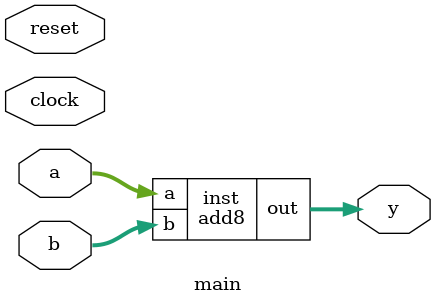
<source format=v>
module add8(a, b, out);
  input [7:0] a;
  input [7:0] b;
  output [7:0] out;
  wire zero;
  wire [8-1:0] p;
  GND GND(.G(zero));
  LUT2 #(.INIT(4'h6)) l0 (.I0(a[0]), .I1(b[0]), .O(p[0]));
  LUT2 #(.INIT(4'h6)) l1 (.I0(a[1]), .I1(b[1]), .O(p[1]));
  LUT2 #(.INIT(4'h6)) l2 (.I0(a[2]), .I1(b[2]), .O(p[2]));
  LUT2 #(.INIT(4'h6)) l3 (.I0(a[3]), .I1(b[3]), .O(p[3]));
  LUT2 #(.INIT(4'h6)) l4 (.I0(a[4]), .I1(b[4]), .O(p[4]));
  LUT2 #(.INIT(4'h6)) l5 (.I0(a[5]), .I1(b[5]), .O(p[5]));
  LUT2 #(.INIT(4'h6)) l6 (.I0(a[6]), .I1(b[6]), .O(p[6]));
  LUT2 #(.INIT(4'h6)) l7 (.I0(a[7]), .I1(b[7]), .O(p[7]));
  CARRY8 #(.CARRY_TYPE("SINGLE_CY8")) carry0 (.CI(zero), .CI_TOP(zero), .DI(a), .S(p), .O(out), .CO());
endmodule

module main
(
    input clock,
    input reset,
    input [7:0]a, 
    input [7:0]b, 
    output [7:0] y
);

            add8 inst (.a(a), .b(b), .out(y));
endmodule

</source>
